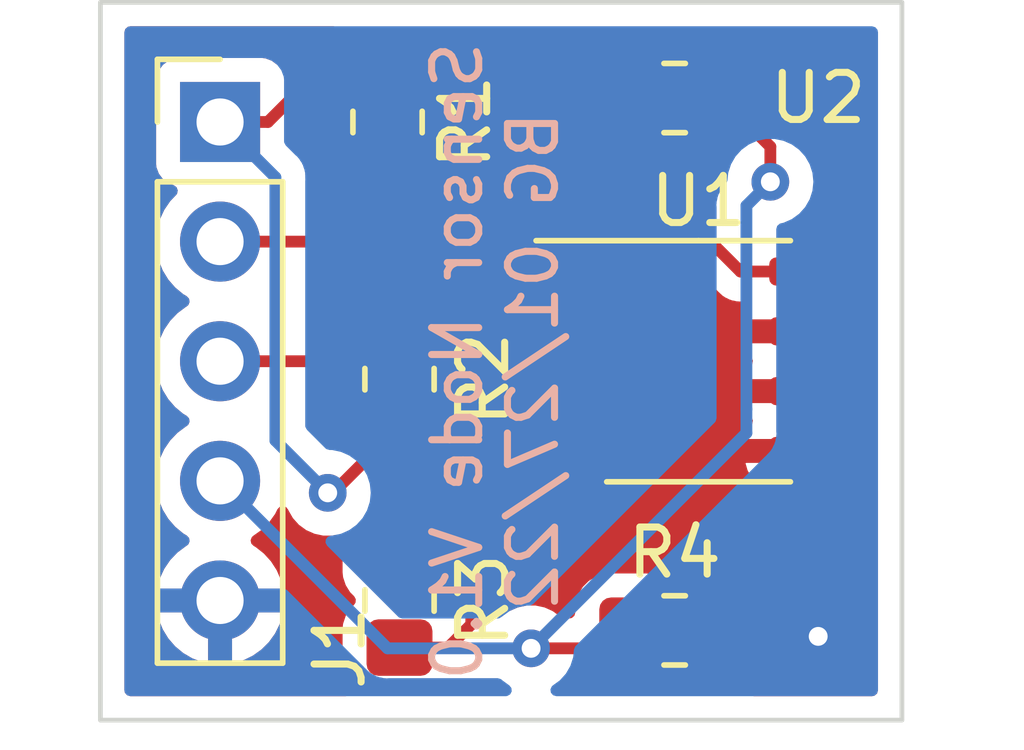
<source format=kicad_pcb>
(kicad_pcb (version 20211014) (generator pcbnew)
  (layers (0 "F.Cu" signal) (31 "B.Cu" signal) (34 "B.Paste" user) (35 "F.Paste" user) (36 "B.SilkS" user "B.Silkscreen") (37 "F.SilkS" user "F.Silkscreen") (38 "B.Mask" user) (39 "F.Mask" user) (44 "Edge.Cuts" user))
  (net 0 "")
  (net 1 "VCC")
  (net 2 "/SCL")
  (net 3 "/SDA")
  (net 4 "/Vtherm")
  (net 5 "GND")
  (net 6 "Net-(R3-Pad2)")
  (footprint "Resistor_SMD:R_0805_2012Metric_Pad1.20x1.40mm_HandSolder" (layer "F.Cu") (at 43.942 51.562)
    (fp_text reference "U2" (at 3.048 0 180) (layer "F.SilkS"))
    (fp_text value "NCU18XH103F60RB")
    (fp_line (start -0.227064 0.735) (end 0.227064 0.735) (layer "F.SilkS") (width 0.12))
    (fp_line (start -0.227064 -0.735) (end 0.227064 -0.735) (layer "F.SilkS") (width 0.12))
    (pad "1" smd roundrect (at -1 0) (size 1.2 1.4) (layers "F.Cu" "F.Paste" "F.Mask") (roundrect_rratio 0.2083333333) (net 1 "VCC"))
    (pad "2" smd roundrect (at 1 0) (size 1.2 1.4) (layers "F.Cu" "F.Paste" "F.Mask") (roundrect_rratio 0.2083333333) (net 4 "/Vtherm"))
  )
  (footprint "Resistor_SMD:R_0805_2012Metric_Pad1.20x1.40mm_HandSolder" (layer "F.Cu") (at 38.1 57.531 90)
    (fp_text reference "R2" (at 0 1.778 90) (layer "F.SilkS"))
    (fp_text value "1kΩ")
    (fp_line (start -0.227064 0.735) (end 0.227064 0.735) (layer "F.SilkS") (width 0.12))
    (fp_line (start -0.227064 -0.735) (end 0.227064 -0.735) (layer "F.SilkS") (width 0.12))
    (pad "1" smd roundrect (at -1 0 90) (size 1.2 1.4) (layers "F.Cu" "F.Paste" "F.Mask") (roundrect_rratio 0.2083333333) (net 1 "VCC"))
    (pad "2" smd roundrect (at 1 0 90) (size 1.2 1.4) (layers "F.Cu" "F.Paste" "F.Mask") (roundrect_rratio 0.2083333333) (net 2 "/SCL"))
  )
  (footprint "Resistor_SMD:R_0805_2012Metric_Pad1.20x1.40mm_HandSolder" (layer "F.Cu") (at 43.942 62.865)
    (fp_text reference "R4" (at 0 -1.65) (layer "F.SilkS"))
    (fp_text value "13kΩ")
    (fp_line (start -0.227064 -0.735) (end 0.227064 -0.735) (layer "F.SilkS") (width 0.12))
    (fp_line (start -0.227064 0.735) (end 0.227064 0.735) (layer "F.SilkS") (width 0.12))
    (pad "1" smd roundrect (at -1 0) (size 1.2 1.4) (layers "F.Cu" "F.Paste" "F.Mask") (roundrect_rratio 0.2083333333) (net 4 "/Vtherm"))
    (pad "2" smd roundrect (at 1 0) (size 1.2 1.4) (layers "F.Cu" "F.Paste" "F.Mask") (roundrect_rratio 0.2083333333) (net 5 "GND"))
  )
  (footprint "Resistor_SMD:R_0805_2012Metric_Pad1.20x1.40mm_HandSolder" (layer "F.Cu") (at 37.846 52.07 -90)
    (fp_text reference "R1" (at 0 -1.65 90) (layer "F.SilkS"))
    (fp_text value "1kΩ")
    (fp_line (start -0.227064 -0.735) (end 0.227064 -0.735) (layer "F.SilkS") (width 0.12))
    (fp_line (start -0.227064 0.735) (end 0.227064 0.735) (layer "F.SilkS") (width 0.12))
    (pad "1" smd roundrect (at -1 0 270) (size 1.2 1.4) (layers "F.Cu" "F.Paste" "F.Mask") (roundrect_rratio 0.2083333333) (net 1 "VCC"))
    (pad "2" smd roundrect (at 1 0 270) (size 1.2 1.4) (layers "F.Cu" "F.Paste" "F.Mask") (roundrect_rratio 0.2083333333) (net 3 "/SDA"))
  )
  (footprint "Package_SO:SOIC-8_3.9x4.9mm_P1.27mm" (layer "F.Cu") (at 44.45 57.15)
    (fp_text reference "U1" (at 0 -3.4) (layer "F.SilkS"))
    (fp_text value "AT30TS74")
    (fp_line (start 0 2.56) (end 1.95 2.56) (layer "F.SilkS") (width 0.12))
    (fp_line (start 0 -2.56) (end 1.95 -2.56) (layer "F.SilkS") (width 0.12))
    (fp_line (start 0 -2.56) (end -3.45 -2.56) (layer "F.SilkS") (width 0.12))
    (fp_line (start 0 2.56) (end -1.95 2.56) (layer "F.SilkS") (width 0.12))
    (pad "1" smd roundrect (at -2.475 -1.905) (size 1.95 0.6) (layers "F.Cu" "F.Paste" "F.Mask") (net 3 "/SDA"))
    (pad "2" smd roundrect (at -2.475 -0.635) (size 1.95 0.6) (layers "F.Cu" "F.Paste" "F.Mask") (net 2 "/SCL"))
    (pad "3" smd roundrect (at -2.475 0.635) (size 1.95 0.6) (layers "F.Cu" "F.Paste" "F.Mask") (net 6 "Net-(R3-Pad2)"))
    (pad "4" smd roundrect (at -2.475 1.905) (size 1.95 0.6) (layers "F.Cu" "F.Paste" "F.Mask") (net 5 "GND"))
    (pad "5" smd roundrect (at 2.475 1.905) (size 1.95 0.6) (layers "F.Cu" "F.Paste" "F.Mask") (net 5 "GND"))
    (pad "6" smd roundrect (at 2.475 0.635) (size 1.95 0.6) (layers "F.Cu" "F.Paste" "F.Mask") (net 5 "GND"))
    (pad "7" smd roundrect (at 2.475 -0.635) (size 1.95 0.6) (layers "F.Cu" "F.Paste" "F.Mask") (net 5 "GND"))
    (pad "8" smd roundrect (at 2.475 -1.905) (size 1.95 0.6) (layers "F.Cu" "F.Paste" "F.Mask") (net 1 "VCC"))
  )
  (footprint "Connector_PinHeader_2.54mm:PinHeader_1x05_P2.54mm_Vertical" (layer "F.Cu") (at 34.29 52.07)
    (fp_text reference "J1" (at 2.54 11.176 90) (layer "F.SilkS"))
    (fp_text value "Conn_01x05")
    (fp_line (start -1.33 1.27) (end -1.33 11.49) (layer "F.SilkS") (width 0.12))
    (fp_line (start 1.33 1.27) (end 1.33 11.49) (layer "F.SilkS") (width 0.12))
    (fp_line (start -1.33 0) (end -1.33 -1.33) (layer "F.SilkS") (width 0.12))
    (fp_line (start -1.33 11.49) (end 1.33 11.49) (layer "F.SilkS") (width 0.12))
    (fp_line (start -1.33 -1.33) (end 0 -1.33) (layer "F.SilkS") (width 0.12))
    (fp_line (start -1.33 1.27) (end 1.33 1.27) (layer "F.SilkS") (width 0.12))
    (pad "1" thru_hole rect (at 0 0) (size 1.7 1.7) (drill 1) (layers *.Cu *.Mask) (net 1 "VCC"))
    (pad "2" thru_hole oval (at 0 2.54) (size 1.7 1.7) (drill 1) (layers *.Cu *.Mask) (net 3 "/SDA"))
    (pad "3" thru_hole oval (at 0 5.08) (size 1.7 1.7) (drill 1) (layers *.Cu *.Mask) (net 2 "/SCL"))
    (pad "4" thru_hole oval (at 0 7.62) (size 1.7 1.7) (drill 1) (layers *.Cu *.Mask) (net 4 "/Vtherm"))
    (pad "5" thru_hole oval (at 0 10.16) (size 1.7 1.7) (drill 1) (layers *.Cu *.Mask) (net 5 "GND"))
  )
  (footprint "Resistor_SMD:R_0805_2012Metric_Pad1.20x1.40mm_HandSolder" (layer "F.Cu") (at 38.1 62.23 -90)
    (fp_text reference "R3" (at 0 -1.778 90) (layer "F.SilkS"))
    (fp_text value "1kΩ")
    (fp_line (start -0.227064 0.735) (end 0.227064 0.735) (layer "F.SilkS") (width 0.12))
    (fp_line (start -0.227064 -0.735) (end 0.227064 -0.735) (layer "F.SilkS") (width 0.12))
    (pad "1" smd roundrect (at -1 0 270) (size 1.2 1.4) (layers "F.Cu" "F.Paste" "F.Mask") (roundrect_rratio 0.2083333333) (net 1 "VCC"))
    (pad "2" smd roundrect (at 1 0 270) (size 1.2 1.4) (layers "F.Cu" "F.Paste" "F.Mask") (roundrect_rratio 0.2083333333) (net 6 "Net-(R3-Pad2)"))
  )
  (gr_rect (start 48.768 64.77) (end 31.75 49.53) (layer "Edge.Cuts") (width 0.1) (fill none))
  (gr_text "Sensor Node V1.0\nBG 01/27/22" (at 40.132 57.15 90) (layer "B.SilkS") (effects (font (size 1 1)) (justify mirror)))
  (segment (start 46.925 55.245) (end 45.339 55.245) (width 0.25) (layer "F.Cu") (net 1))
  (segment (start 45.339 55.245) (end 42.926 52.832) (width 0.25) (layer "F.Cu") (net 1))
  (segment (start 42.926 51.578) (end 42.942 51.562) (width 0.25) (layer "F.Cu") (net 1))
  (segment (start 35.306 52.07) (end 36.322 51.054) (width 0.25) (layer "F.Cu") (net 1))
  (segment (start 38.1 61.23) (end 38.1 58.531) (width 0.25) (layer "F.Cu") (net 1))
  (segment (start 37.83 51.054) (end 37.846 51.07) (width 0.25) (layer "F.Cu") (net 1))
  (segment (start 42.926 52.832) (end 42.926 51.578) (width 0.25) (layer "F.Cu") (net 1))
  (segment (start 36.576 59.944) (end 36.687 59.944) (width 0.25) (layer "F.Cu") (net 1))
  (segment (start 34.29 52.07) (end 35.306 52.07) (width 0.25) (layer "F.Cu") (net 1))
  (segment (start 36.687 59.944) (end 38.1 58.531) (width 0.25) (layer "F.Cu") (net 1))
  (segment (start 38.338 51.562) (end 37.846 51.07) (width 0.25) (layer "F.Cu") (net 1))
  (segment (start 42.942 51.562) (end 38.338 51.562) (width 0.25) (layer "F.Cu") (net 1))
  (segment (start 36.322 51.054) (end 37.83 51.054) (width 0.25) (layer "F.Cu") (net 1))
  (via (at 36.576 59.944) (size 0.8) (drill 0.4) (layers "F.Cu" "B.Cu") (net 1))
  (segment (start 34.29 52.07) (end 35.464511 53.244511) (width 0.25) (layer "B.Cu") (net 1))
  (segment (start 35.464511 53.244511) (end 35.464511 58.832511) (width 0.25) (layer "B.Cu") (net 1))
  (segment (start 35.464511 58.832511) (end 36.576 59.944) (width 0.25) (layer "B.Cu") (net 1))
  (segment (start 41.975 56.515) (end 38.116 56.515) (width 0.25) (layer "F.Cu") (net 2))
  (segment (start 38.1 56.531) (end 37.481 57.15) (width 0.25) (layer "F.Cu") (net 2))
  (segment (start 38.116 56.515) (end 38.1 56.531) (width 0.25) (layer "F.Cu") (net 2))
  (segment (start 37.481 57.15) (end 34.29 57.15) (width 0.25) (layer "F.Cu") (net 2))
  (segment (start 34.29 54.61) (end 36.306 54.61) (width 0.25) (layer "F.Cu") (net 3))
  (segment (start 36.306 54.61) (end 37.846 53.07) (width 0.25) (layer "F.Cu") (net 3))
  (segment (start 40.021 55.245) (end 37.846 53.07) (width 0.25) (layer "F.Cu") (net 3))
  (segment (start 41.975 55.307) (end 41.91 55.372) (width 0.25) (layer "F.Cu") (net 3))
  (segment (start 41.975 55.245) (end 40.021 55.245) (width 0.25) (layer "F.Cu") (net 3))
  (segment (start 41.975 55.245) (end 41.975 55.307) (width 0.25) (layer "F.Cu") (net 3))
  (segment (start 40.894 63.246) (end 42.561 63.246) (width 0.25) (layer "F.Cu") (net 4))
  (segment (start 42.561 63.246) (end 42.942 62.865) (width 0.25) (layer "F.Cu") (net 4))
  (segment (start 45.974 52.594) (end 44.942 51.562) (width 0.25) (layer "F.Cu") (net 4))
  (segment (start 45.974 53.34) (end 45.974 52.594) (width 0.25) (layer "F.Cu") (net 4))
  (via (at 45.974 53.34) (size 0.8) (drill 0.4) (layers "F.Cu" "B.Cu") (net 4))
  (via (at 40.894 63.246) (size 0.8) (drill 0.4) (layers "F.Cu" "B.Cu") (net 4))
  (segment (start 37.846 63.246) (end 40.894 63.246) (width 0.25) (layer "B.Cu") (net 4))
  (segment (start 45.466 58.166) (end 45.466 53.848) (width 0.25) (layer "B.Cu") (net 4))
  (segment (start 45.466 58.674) (end 45.466 58.166) (width 0.25) (layer "B.Cu") (net 4))
  (segment (start 40.894 63.246) (end 45.466 58.674) (width 0.25) (layer "B.Cu") (net 4))
  (segment (start 34.29 59.69) (end 37.846 63.246) (width 0.25) (layer "B.Cu") (net 4))
  (segment (start 45.466 53.848) (end 45.974 53.34) (width 0.25) (layer "B.Cu") (net 4))
  (via (at 46.99 62.992) (size 0.8) (drill 0.4) (layers "F.Cu" "B.Cu") (net 5))
  (segment (start 39.132 63.23) (end 38.1 63.23) (width 0.25) (layer "F.Cu") (net 6))
  (segment (start 39.624 62.738) (end 39.132 63.23) (width 0.25) (layer "F.Cu") (net 6))
  (segment (start 41.598928 57.785) (end 39.624 59.759928) (width 0.25) (layer "F.Cu") (net 6))
  (segment (start 41.975 57.785) (end 41.598928 57.785) (width 0.25) (layer "F.Cu") (net 6))
  (segment (start 39.624 59.759928) (end 39.624 62.738) (width 0.25) (layer "F.Cu") (net 6))
  (zone (net 5) (net_name "GND") (layer "F.Cu") (connect_pads (clearance 0.508)) (min_thickness 0.254) (fill yes (thermal_gap 0.508) (thermal_bridge_width 0.508))
    (polygon (pts (xy 48.768 64.77) (xy 31.75 64.77) (xy 31.75 49.53) (xy 48.768 49.53)))
  )
  (zone (net 5) (net_name "GND") (layer "B.Cu") (connect_pads (clearance 0.508)) (min_thickness 0.254) (fill yes (thermal_gap 0.508) (thermal_bridge_width 0.508))
    (polygon (pts (xy 48.768 64.77) (xy 31.75 64.77) (xy 31.75 49.53) (xy 48.768 49.53)))
  )
)
</source>
